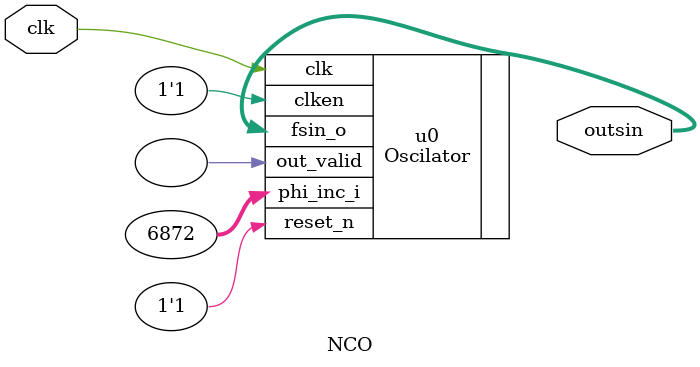
<source format=v>
module NCO(clk, outsin);

input clk;
output [15:0] outsin;

    Oscilator u0 (
        .clk       (clk),       // clk.clk
        .reset_n   (1'b1),    // rst.reset_n
        .clken     (1'b1),     //  in.clken
        .phi_inc_i (32'd6872), //    .phi_inc_i
        .fsin_o    (outsin),    // out.fsin_o
        .out_valid () //    .out_valid
        
    );

    endmodule
</source>
